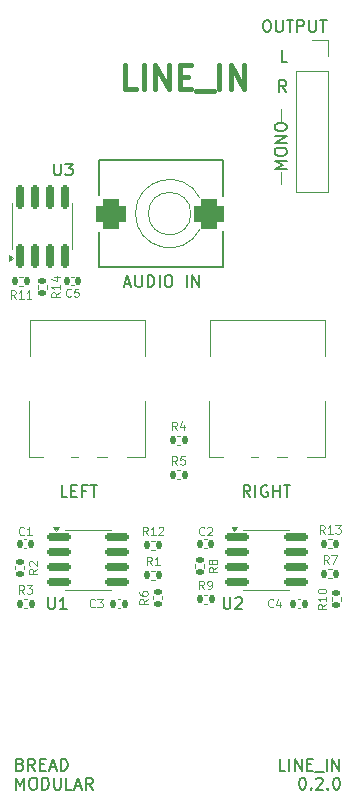
<source format=gbr>
%TF.GenerationSoftware,KiCad,Pcbnew,8.0.5*%
%TF.CreationDate,2024-11-17T12:10:01+05:30*%
%TF.ProjectId,line_in,6c696e65-5f69-46e2-9e6b-696361645f70,rev?*%
%TF.SameCoordinates,Original*%
%TF.FileFunction,Legend,Top*%
%TF.FilePolarity,Positive*%
%FSLAX46Y46*%
G04 Gerber Fmt 4.6, Leading zero omitted, Abs format (unit mm)*
G04 Created by KiCad (PCBNEW 8.0.5) date 2024-11-17 12:10:01*
%MOMM*%
%LPD*%
G01*
G04 APERTURE LIST*
G04 Aperture macros list*
%AMRoundRect*
0 Rectangle with rounded corners*
0 $1 Rounding radius*
0 $2 $3 $4 $5 $6 $7 $8 $9 X,Y pos of 4 corners*
0 Add a 4 corners polygon primitive as box body*
4,1,4,$2,$3,$4,$5,$6,$7,$8,$9,$2,$3,0*
0 Add four circle primitives for the rounded corners*
1,1,$1+$1,$2,$3*
1,1,$1+$1,$4,$5*
1,1,$1+$1,$6,$7*
1,1,$1+$1,$8,$9*
0 Add four rect primitives between the rounded corners*
20,1,$1+$1,$2,$3,$4,$5,0*
20,1,$1+$1,$4,$5,$6,$7,0*
20,1,$1+$1,$6,$7,$8,$9,0*
20,1,$1+$1,$8,$9,$2,$3,0*%
G04 Aperture macros list end*
%ADD10C,0.150000*%
%ADD11C,0.100000*%
%ADD12C,0.200000*%
%ADD13C,0.400000*%
%ADD14C,0.120000*%
%ADD15R,2.000000X2.000000*%
%ADD16O,2.000000X2.000000*%
%ADD17RoundRect,0.150000X0.150000X-0.825000X0.150000X0.825000X-0.150000X0.825000X-0.150000X-0.825000X0*%
%ADD18R,3.000000X2.290000*%
%ADD19RoundRect,0.150000X-0.825000X-0.150000X0.825000X-0.150000X0.825000X0.150000X-0.825000X0.150000X0*%
%ADD20R,2.290000X3.000000*%
%ADD21O,2.720000X3.240000*%
%ADD22C,1.800000*%
%ADD23R,1.800000X1.800000*%
%ADD24RoundRect,0.135000X-0.185000X0.135000X-0.185000X-0.135000X0.185000X-0.135000X0.185000X0.135000X0*%
%ADD25RoundRect,0.135000X-0.135000X-0.185000X0.135000X-0.185000X0.135000X0.185000X-0.135000X0.185000X0*%
%ADD26RoundRect,0.135000X0.135000X0.185000X-0.135000X0.185000X-0.135000X-0.185000X0.135000X-0.185000X0*%
%ADD27RoundRect,0.135000X0.185000X-0.135000X0.185000X0.135000X-0.185000X0.135000X-0.185000X-0.135000X0*%
%ADD28R,1.700000X1.700000*%
%ADD29O,1.700000X1.700000*%
%ADD30RoundRect,0.650000X0.650000X-0.650000X0.650000X0.650000X-0.650000X0.650000X-0.650000X-0.650000X0*%
%ADD31O,2.100000X3.100000*%
%ADD32RoundRect,0.140000X0.140000X0.170000X-0.140000X0.170000X-0.140000X-0.170000X0.140000X-0.170000X0*%
%ADD33RoundRect,0.140000X-0.140000X-0.170000X0.140000X-0.170000X0.140000X0.170000X-0.140000X0.170000X0*%
G04 APERTURE END LIST*
D10*
X57793334Y-64989104D02*
X58269524Y-64989104D01*
X57698096Y-65274819D02*
X58031429Y-64274819D01*
X58031429Y-64274819D02*
X58364762Y-65274819D01*
X58698096Y-64274819D02*
X58698096Y-65084342D01*
X58698096Y-65084342D02*
X58745715Y-65179580D01*
X58745715Y-65179580D02*
X58793334Y-65227200D01*
X58793334Y-65227200D02*
X58888572Y-65274819D01*
X58888572Y-65274819D02*
X59079048Y-65274819D01*
X59079048Y-65274819D02*
X59174286Y-65227200D01*
X59174286Y-65227200D02*
X59221905Y-65179580D01*
X59221905Y-65179580D02*
X59269524Y-65084342D01*
X59269524Y-65084342D02*
X59269524Y-64274819D01*
X59745715Y-65274819D02*
X59745715Y-64274819D01*
X59745715Y-64274819D02*
X59983810Y-64274819D01*
X59983810Y-64274819D02*
X60126667Y-64322438D01*
X60126667Y-64322438D02*
X60221905Y-64417676D01*
X60221905Y-64417676D02*
X60269524Y-64512914D01*
X60269524Y-64512914D02*
X60317143Y-64703390D01*
X60317143Y-64703390D02*
X60317143Y-64846247D01*
X60317143Y-64846247D02*
X60269524Y-65036723D01*
X60269524Y-65036723D02*
X60221905Y-65131961D01*
X60221905Y-65131961D02*
X60126667Y-65227200D01*
X60126667Y-65227200D02*
X59983810Y-65274819D01*
X59983810Y-65274819D02*
X59745715Y-65274819D01*
X60745715Y-65274819D02*
X60745715Y-64274819D01*
X61412381Y-64274819D02*
X61602857Y-64274819D01*
X61602857Y-64274819D02*
X61698095Y-64322438D01*
X61698095Y-64322438D02*
X61793333Y-64417676D01*
X61793333Y-64417676D02*
X61840952Y-64608152D01*
X61840952Y-64608152D02*
X61840952Y-64941485D01*
X61840952Y-64941485D02*
X61793333Y-65131961D01*
X61793333Y-65131961D02*
X61698095Y-65227200D01*
X61698095Y-65227200D02*
X61602857Y-65274819D01*
X61602857Y-65274819D02*
X61412381Y-65274819D01*
X61412381Y-65274819D02*
X61317143Y-65227200D01*
X61317143Y-65227200D02*
X61221905Y-65131961D01*
X61221905Y-65131961D02*
X61174286Y-64941485D01*
X61174286Y-64941485D02*
X61174286Y-64608152D01*
X61174286Y-64608152D02*
X61221905Y-64417676D01*
X61221905Y-64417676D02*
X61317143Y-64322438D01*
X61317143Y-64322438D02*
X61412381Y-64274819D01*
X63031429Y-65274819D02*
X63031429Y-64274819D01*
X63507619Y-65274819D02*
X63507619Y-64274819D01*
X63507619Y-64274819D02*
X64079047Y-65274819D01*
X64079047Y-65274819D02*
X64079047Y-64274819D01*
X68441666Y-83054819D02*
X68108333Y-82578628D01*
X67870238Y-83054819D02*
X67870238Y-82054819D01*
X67870238Y-82054819D02*
X68251190Y-82054819D01*
X68251190Y-82054819D02*
X68346428Y-82102438D01*
X68346428Y-82102438D02*
X68394047Y-82150057D01*
X68394047Y-82150057D02*
X68441666Y-82245295D01*
X68441666Y-82245295D02*
X68441666Y-82388152D01*
X68441666Y-82388152D02*
X68394047Y-82483390D01*
X68394047Y-82483390D02*
X68346428Y-82531009D01*
X68346428Y-82531009D02*
X68251190Y-82578628D01*
X68251190Y-82578628D02*
X67870238Y-82578628D01*
X68870238Y-83054819D02*
X68870238Y-82054819D01*
X69870237Y-82102438D02*
X69774999Y-82054819D01*
X69774999Y-82054819D02*
X69632142Y-82054819D01*
X69632142Y-82054819D02*
X69489285Y-82102438D01*
X69489285Y-82102438D02*
X69394047Y-82197676D01*
X69394047Y-82197676D02*
X69346428Y-82292914D01*
X69346428Y-82292914D02*
X69298809Y-82483390D01*
X69298809Y-82483390D02*
X69298809Y-82626247D01*
X69298809Y-82626247D02*
X69346428Y-82816723D01*
X69346428Y-82816723D02*
X69394047Y-82911961D01*
X69394047Y-82911961D02*
X69489285Y-83007200D01*
X69489285Y-83007200D02*
X69632142Y-83054819D01*
X69632142Y-83054819D02*
X69727380Y-83054819D01*
X69727380Y-83054819D02*
X69870237Y-83007200D01*
X69870237Y-83007200D02*
X69917856Y-82959580D01*
X69917856Y-82959580D02*
X69917856Y-82626247D01*
X69917856Y-82626247D02*
X69727380Y-82626247D01*
X70346428Y-83054819D02*
X70346428Y-82054819D01*
X70346428Y-82531009D02*
X70917856Y-82531009D01*
X70917856Y-83054819D02*
X70917856Y-82054819D01*
X71251190Y-82054819D02*
X71822618Y-82054819D01*
X71536904Y-83054819D02*
X71536904Y-82054819D01*
X52947618Y-83054819D02*
X52471428Y-83054819D01*
X52471428Y-83054819D02*
X52471428Y-82054819D01*
X53280952Y-82531009D02*
X53614285Y-82531009D01*
X53757142Y-83054819D02*
X53280952Y-83054819D01*
X53280952Y-83054819D02*
X53280952Y-82054819D01*
X53280952Y-82054819D02*
X53757142Y-82054819D01*
X54519047Y-82531009D02*
X54185714Y-82531009D01*
X54185714Y-83054819D02*
X54185714Y-82054819D01*
X54185714Y-82054819D02*
X54661904Y-82054819D01*
X54900000Y-82054819D02*
X55471428Y-82054819D01*
X55185714Y-83054819D02*
X55185714Y-82054819D01*
D11*
X70993000Y-56515000D02*
X70993000Y-55499000D01*
X70993000Y-51181000D02*
X70993000Y-50165000D01*
D10*
X71497819Y-55244761D02*
X70497819Y-55244761D01*
X70497819Y-55244761D02*
X71212104Y-54911428D01*
X71212104Y-54911428D02*
X70497819Y-54578095D01*
X70497819Y-54578095D02*
X71497819Y-54578095D01*
X70497819Y-53911428D02*
X70497819Y-53720952D01*
X70497819Y-53720952D02*
X70545438Y-53625714D01*
X70545438Y-53625714D02*
X70640676Y-53530476D01*
X70640676Y-53530476D02*
X70831152Y-53482857D01*
X70831152Y-53482857D02*
X71164485Y-53482857D01*
X71164485Y-53482857D02*
X71354961Y-53530476D01*
X71354961Y-53530476D02*
X71450200Y-53625714D01*
X71450200Y-53625714D02*
X71497819Y-53720952D01*
X71497819Y-53720952D02*
X71497819Y-53911428D01*
X71497819Y-53911428D02*
X71450200Y-54006666D01*
X71450200Y-54006666D02*
X71354961Y-54101904D01*
X71354961Y-54101904D02*
X71164485Y-54149523D01*
X71164485Y-54149523D02*
X70831152Y-54149523D01*
X70831152Y-54149523D02*
X70640676Y-54101904D01*
X70640676Y-54101904D02*
X70545438Y-54006666D01*
X70545438Y-54006666D02*
X70497819Y-53911428D01*
X71497819Y-53054285D02*
X70497819Y-53054285D01*
X70497819Y-53054285D02*
X71497819Y-52482857D01*
X71497819Y-52482857D02*
X70497819Y-52482857D01*
X70497819Y-51816190D02*
X70497819Y-51625714D01*
X70497819Y-51625714D02*
X70545438Y-51530476D01*
X70545438Y-51530476D02*
X70640676Y-51435238D01*
X70640676Y-51435238D02*
X70831152Y-51387619D01*
X70831152Y-51387619D02*
X71164485Y-51387619D01*
X71164485Y-51387619D02*
X71354961Y-51435238D01*
X71354961Y-51435238D02*
X71450200Y-51530476D01*
X71450200Y-51530476D02*
X71497819Y-51625714D01*
X71497819Y-51625714D02*
X71497819Y-51816190D01*
X71497819Y-51816190D02*
X71450200Y-51911428D01*
X71450200Y-51911428D02*
X71354961Y-52006666D01*
X71354961Y-52006666D02*
X71164485Y-52054285D01*
X71164485Y-52054285D02*
X70831152Y-52054285D01*
X70831152Y-52054285D02*
X70640676Y-52006666D01*
X70640676Y-52006666D02*
X70545438Y-51911428D01*
X70545438Y-51911428D02*
X70497819Y-51816190D01*
X71465839Y-48764819D02*
X71132506Y-48288628D01*
X70894411Y-48764819D02*
X70894411Y-47764819D01*
X70894411Y-47764819D02*
X71275363Y-47764819D01*
X71275363Y-47764819D02*
X71370601Y-47812438D01*
X71370601Y-47812438D02*
X71418220Y-47860057D01*
X71418220Y-47860057D02*
X71465839Y-47955295D01*
X71465839Y-47955295D02*
X71465839Y-48098152D01*
X71465839Y-48098152D02*
X71418220Y-48193390D01*
X71418220Y-48193390D02*
X71370601Y-48241009D01*
X71370601Y-48241009D02*
X71275363Y-48288628D01*
X71275363Y-48288628D02*
X70894411Y-48288628D01*
X71561077Y-46224819D02*
X71084887Y-46224819D01*
X71084887Y-46224819D02*
X71084887Y-45224819D01*
X69742255Y-42684819D02*
X69932731Y-42684819D01*
X69932731Y-42684819D02*
X70027969Y-42732438D01*
X70027969Y-42732438D02*
X70123207Y-42827676D01*
X70123207Y-42827676D02*
X70170826Y-43018152D01*
X70170826Y-43018152D02*
X70170826Y-43351485D01*
X70170826Y-43351485D02*
X70123207Y-43541961D01*
X70123207Y-43541961D02*
X70027969Y-43637200D01*
X70027969Y-43637200D02*
X69932731Y-43684819D01*
X69932731Y-43684819D02*
X69742255Y-43684819D01*
X69742255Y-43684819D02*
X69647017Y-43637200D01*
X69647017Y-43637200D02*
X69551779Y-43541961D01*
X69551779Y-43541961D02*
X69504160Y-43351485D01*
X69504160Y-43351485D02*
X69504160Y-43018152D01*
X69504160Y-43018152D02*
X69551779Y-42827676D01*
X69551779Y-42827676D02*
X69647017Y-42732438D01*
X69647017Y-42732438D02*
X69742255Y-42684819D01*
X70599398Y-42684819D02*
X70599398Y-43494342D01*
X70599398Y-43494342D02*
X70647017Y-43589580D01*
X70647017Y-43589580D02*
X70694636Y-43637200D01*
X70694636Y-43637200D02*
X70789874Y-43684819D01*
X70789874Y-43684819D02*
X70980350Y-43684819D01*
X70980350Y-43684819D02*
X71075588Y-43637200D01*
X71075588Y-43637200D02*
X71123207Y-43589580D01*
X71123207Y-43589580D02*
X71170826Y-43494342D01*
X71170826Y-43494342D02*
X71170826Y-42684819D01*
X71504160Y-42684819D02*
X72075588Y-42684819D01*
X71789874Y-43684819D02*
X71789874Y-42684819D01*
X72408922Y-43684819D02*
X72408922Y-42684819D01*
X72408922Y-42684819D02*
X72789874Y-42684819D01*
X72789874Y-42684819D02*
X72885112Y-42732438D01*
X72885112Y-42732438D02*
X72932731Y-42780057D01*
X72932731Y-42780057D02*
X72980350Y-42875295D01*
X72980350Y-42875295D02*
X72980350Y-43018152D01*
X72980350Y-43018152D02*
X72932731Y-43113390D01*
X72932731Y-43113390D02*
X72885112Y-43161009D01*
X72885112Y-43161009D02*
X72789874Y-43208628D01*
X72789874Y-43208628D02*
X72408922Y-43208628D01*
X73408922Y-42684819D02*
X73408922Y-43494342D01*
X73408922Y-43494342D02*
X73456541Y-43589580D01*
X73456541Y-43589580D02*
X73504160Y-43637200D01*
X73504160Y-43637200D02*
X73599398Y-43684819D01*
X73599398Y-43684819D02*
X73789874Y-43684819D01*
X73789874Y-43684819D02*
X73885112Y-43637200D01*
X73885112Y-43637200D02*
X73932731Y-43589580D01*
X73932731Y-43589580D02*
X73980350Y-43494342D01*
X73980350Y-43494342D02*
X73980350Y-42684819D01*
X74313684Y-42684819D02*
X74885112Y-42684819D01*
X74599398Y-43684819D02*
X74599398Y-42684819D01*
D12*
X71385898Y-106207275D02*
X70909708Y-106207275D01*
X70909708Y-106207275D02*
X70909708Y-105207275D01*
X71719232Y-106207275D02*
X71719232Y-105207275D01*
X72195422Y-106207275D02*
X72195422Y-105207275D01*
X72195422Y-105207275D02*
X72766850Y-106207275D01*
X72766850Y-106207275D02*
X72766850Y-105207275D01*
X73243041Y-105683465D02*
X73576374Y-105683465D01*
X73719231Y-106207275D02*
X73243041Y-106207275D01*
X73243041Y-106207275D02*
X73243041Y-105207275D01*
X73243041Y-105207275D02*
X73719231Y-105207275D01*
X73909708Y-106302513D02*
X74671612Y-106302513D01*
X74909708Y-106207275D02*
X74909708Y-105207275D01*
X75385898Y-106207275D02*
X75385898Y-105207275D01*
X75385898Y-105207275D02*
X75957326Y-106207275D01*
X75957326Y-106207275D02*
X75957326Y-105207275D01*
X72814470Y-106817219D02*
X72909708Y-106817219D01*
X72909708Y-106817219D02*
X73004946Y-106864838D01*
X73004946Y-106864838D02*
X73052565Y-106912457D01*
X73052565Y-106912457D02*
X73100184Y-107007695D01*
X73100184Y-107007695D02*
X73147803Y-107198171D01*
X73147803Y-107198171D02*
X73147803Y-107436266D01*
X73147803Y-107436266D02*
X73100184Y-107626742D01*
X73100184Y-107626742D02*
X73052565Y-107721980D01*
X73052565Y-107721980D02*
X73004946Y-107769600D01*
X73004946Y-107769600D02*
X72909708Y-107817219D01*
X72909708Y-107817219D02*
X72814470Y-107817219D01*
X72814470Y-107817219D02*
X72719232Y-107769600D01*
X72719232Y-107769600D02*
X72671613Y-107721980D01*
X72671613Y-107721980D02*
X72623994Y-107626742D01*
X72623994Y-107626742D02*
X72576375Y-107436266D01*
X72576375Y-107436266D02*
X72576375Y-107198171D01*
X72576375Y-107198171D02*
X72623994Y-107007695D01*
X72623994Y-107007695D02*
X72671613Y-106912457D01*
X72671613Y-106912457D02*
X72719232Y-106864838D01*
X72719232Y-106864838D02*
X72814470Y-106817219D01*
X73576375Y-107721980D02*
X73623994Y-107769600D01*
X73623994Y-107769600D02*
X73576375Y-107817219D01*
X73576375Y-107817219D02*
X73528756Y-107769600D01*
X73528756Y-107769600D02*
X73576375Y-107721980D01*
X73576375Y-107721980D02*
X73576375Y-107817219D01*
X74004946Y-106912457D02*
X74052565Y-106864838D01*
X74052565Y-106864838D02*
X74147803Y-106817219D01*
X74147803Y-106817219D02*
X74385898Y-106817219D01*
X74385898Y-106817219D02*
X74481136Y-106864838D01*
X74481136Y-106864838D02*
X74528755Y-106912457D01*
X74528755Y-106912457D02*
X74576374Y-107007695D01*
X74576374Y-107007695D02*
X74576374Y-107102933D01*
X74576374Y-107102933D02*
X74528755Y-107245790D01*
X74528755Y-107245790D02*
X73957327Y-107817219D01*
X73957327Y-107817219D02*
X74576374Y-107817219D01*
X75004946Y-107721980D02*
X75052565Y-107769600D01*
X75052565Y-107769600D02*
X75004946Y-107817219D01*
X75004946Y-107817219D02*
X74957327Y-107769600D01*
X74957327Y-107769600D02*
X75004946Y-107721980D01*
X75004946Y-107721980D02*
X75004946Y-107817219D01*
X75671612Y-106817219D02*
X75766850Y-106817219D01*
X75766850Y-106817219D02*
X75862088Y-106864838D01*
X75862088Y-106864838D02*
X75909707Y-106912457D01*
X75909707Y-106912457D02*
X75957326Y-107007695D01*
X75957326Y-107007695D02*
X76004945Y-107198171D01*
X76004945Y-107198171D02*
X76004945Y-107436266D01*
X76004945Y-107436266D02*
X75957326Y-107626742D01*
X75957326Y-107626742D02*
X75909707Y-107721980D01*
X75909707Y-107721980D02*
X75862088Y-107769600D01*
X75862088Y-107769600D02*
X75766850Y-107817219D01*
X75766850Y-107817219D02*
X75671612Y-107817219D01*
X75671612Y-107817219D02*
X75576374Y-107769600D01*
X75576374Y-107769600D02*
X75528755Y-107721980D01*
X75528755Y-107721980D02*
X75481136Y-107626742D01*
X75481136Y-107626742D02*
X75433517Y-107436266D01*
X75433517Y-107436266D02*
X75433517Y-107198171D01*
X75433517Y-107198171D02*
X75481136Y-107007695D01*
X75481136Y-107007695D02*
X75528755Y-106912457D01*
X75528755Y-106912457D02*
X75576374Y-106864838D01*
X75576374Y-106864838D02*
X75671612Y-106817219D01*
D13*
X58769761Y-48502438D02*
X57817380Y-48502438D01*
X57817380Y-48502438D02*
X57817380Y-46502438D01*
X59436428Y-48502438D02*
X59436428Y-46502438D01*
X60388809Y-48502438D02*
X60388809Y-46502438D01*
X60388809Y-46502438D02*
X61531666Y-48502438D01*
X61531666Y-48502438D02*
X61531666Y-46502438D01*
X62484047Y-47454819D02*
X63150714Y-47454819D01*
X63436428Y-48502438D02*
X62484047Y-48502438D01*
X62484047Y-48502438D02*
X62484047Y-46502438D01*
X62484047Y-46502438D02*
X63436428Y-46502438D01*
X63817381Y-48692914D02*
X65341190Y-48692914D01*
X65817381Y-48502438D02*
X65817381Y-46502438D01*
X66769762Y-48502438D02*
X66769762Y-46502438D01*
X66769762Y-46502438D02*
X67912619Y-48502438D01*
X67912619Y-48502438D02*
X67912619Y-46502438D01*
D12*
X48963006Y-105683465D02*
X49105863Y-105731084D01*
X49105863Y-105731084D02*
X49153482Y-105778703D01*
X49153482Y-105778703D02*
X49201101Y-105873941D01*
X49201101Y-105873941D02*
X49201101Y-106016798D01*
X49201101Y-106016798D02*
X49153482Y-106112036D01*
X49153482Y-106112036D02*
X49105863Y-106159656D01*
X49105863Y-106159656D02*
X49010625Y-106207275D01*
X49010625Y-106207275D02*
X48629673Y-106207275D01*
X48629673Y-106207275D02*
X48629673Y-105207275D01*
X48629673Y-105207275D02*
X48963006Y-105207275D01*
X48963006Y-105207275D02*
X49058244Y-105254894D01*
X49058244Y-105254894D02*
X49105863Y-105302513D01*
X49105863Y-105302513D02*
X49153482Y-105397751D01*
X49153482Y-105397751D02*
X49153482Y-105492989D01*
X49153482Y-105492989D02*
X49105863Y-105588227D01*
X49105863Y-105588227D02*
X49058244Y-105635846D01*
X49058244Y-105635846D02*
X48963006Y-105683465D01*
X48963006Y-105683465D02*
X48629673Y-105683465D01*
X50201101Y-106207275D02*
X49867768Y-105731084D01*
X49629673Y-106207275D02*
X49629673Y-105207275D01*
X49629673Y-105207275D02*
X50010625Y-105207275D01*
X50010625Y-105207275D02*
X50105863Y-105254894D01*
X50105863Y-105254894D02*
X50153482Y-105302513D01*
X50153482Y-105302513D02*
X50201101Y-105397751D01*
X50201101Y-105397751D02*
X50201101Y-105540608D01*
X50201101Y-105540608D02*
X50153482Y-105635846D01*
X50153482Y-105635846D02*
X50105863Y-105683465D01*
X50105863Y-105683465D02*
X50010625Y-105731084D01*
X50010625Y-105731084D02*
X49629673Y-105731084D01*
X50629673Y-105683465D02*
X50963006Y-105683465D01*
X51105863Y-106207275D02*
X50629673Y-106207275D01*
X50629673Y-106207275D02*
X50629673Y-105207275D01*
X50629673Y-105207275D02*
X51105863Y-105207275D01*
X51486816Y-105921560D02*
X51963006Y-105921560D01*
X51391578Y-106207275D02*
X51724911Y-105207275D01*
X51724911Y-105207275D02*
X52058244Y-106207275D01*
X52391578Y-106207275D02*
X52391578Y-105207275D01*
X52391578Y-105207275D02*
X52629673Y-105207275D01*
X52629673Y-105207275D02*
X52772530Y-105254894D01*
X52772530Y-105254894D02*
X52867768Y-105350132D01*
X52867768Y-105350132D02*
X52915387Y-105445370D01*
X52915387Y-105445370D02*
X52963006Y-105635846D01*
X52963006Y-105635846D02*
X52963006Y-105778703D01*
X52963006Y-105778703D02*
X52915387Y-105969179D01*
X52915387Y-105969179D02*
X52867768Y-106064417D01*
X52867768Y-106064417D02*
X52772530Y-106159656D01*
X52772530Y-106159656D02*
X52629673Y-106207275D01*
X52629673Y-106207275D02*
X52391578Y-106207275D01*
X48629673Y-107817219D02*
X48629673Y-106817219D01*
X48629673Y-106817219D02*
X48963006Y-107531504D01*
X48963006Y-107531504D02*
X49296339Y-106817219D01*
X49296339Y-106817219D02*
X49296339Y-107817219D01*
X49963006Y-106817219D02*
X50153482Y-106817219D01*
X50153482Y-106817219D02*
X50248720Y-106864838D01*
X50248720Y-106864838D02*
X50343958Y-106960076D01*
X50343958Y-106960076D02*
X50391577Y-107150552D01*
X50391577Y-107150552D02*
X50391577Y-107483885D01*
X50391577Y-107483885D02*
X50343958Y-107674361D01*
X50343958Y-107674361D02*
X50248720Y-107769600D01*
X50248720Y-107769600D02*
X50153482Y-107817219D01*
X50153482Y-107817219D02*
X49963006Y-107817219D01*
X49963006Y-107817219D02*
X49867768Y-107769600D01*
X49867768Y-107769600D02*
X49772530Y-107674361D01*
X49772530Y-107674361D02*
X49724911Y-107483885D01*
X49724911Y-107483885D02*
X49724911Y-107150552D01*
X49724911Y-107150552D02*
X49772530Y-106960076D01*
X49772530Y-106960076D02*
X49867768Y-106864838D01*
X49867768Y-106864838D02*
X49963006Y-106817219D01*
X50820149Y-107817219D02*
X50820149Y-106817219D01*
X50820149Y-106817219D02*
X51058244Y-106817219D01*
X51058244Y-106817219D02*
X51201101Y-106864838D01*
X51201101Y-106864838D02*
X51296339Y-106960076D01*
X51296339Y-106960076D02*
X51343958Y-107055314D01*
X51343958Y-107055314D02*
X51391577Y-107245790D01*
X51391577Y-107245790D02*
X51391577Y-107388647D01*
X51391577Y-107388647D02*
X51343958Y-107579123D01*
X51343958Y-107579123D02*
X51296339Y-107674361D01*
X51296339Y-107674361D02*
X51201101Y-107769600D01*
X51201101Y-107769600D02*
X51058244Y-107817219D01*
X51058244Y-107817219D02*
X50820149Y-107817219D01*
X51820149Y-106817219D02*
X51820149Y-107626742D01*
X51820149Y-107626742D02*
X51867768Y-107721980D01*
X51867768Y-107721980D02*
X51915387Y-107769600D01*
X51915387Y-107769600D02*
X52010625Y-107817219D01*
X52010625Y-107817219D02*
X52201101Y-107817219D01*
X52201101Y-107817219D02*
X52296339Y-107769600D01*
X52296339Y-107769600D02*
X52343958Y-107721980D01*
X52343958Y-107721980D02*
X52391577Y-107626742D01*
X52391577Y-107626742D02*
X52391577Y-106817219D01*
X53343958Y-107817219D02*
X52867768Y-107817219D01*
X52867768Y-107817219D02*
X52867768Y-106817219D01*
X53629673Y-107531504D02*
X54105863Y-107531504D01*
X53534435Y-107817219D02*
X53867768Y-106817219D01*
X53867768Y-106817219D02*
X54201101Y-107817219D01*
X55105863Y-107817219D02*
X54772530Y-107341028D01*
X54534435Y-107817219D02*
X54534435Y-106817219D01*
X54534435Y-106817219D02*
X54915387Y-106817219D01*
X54915387Y-106817219D02*
X55010625Y-106864838D01*
X55010625Y-106864838D02*
X55058244Y-106912457D01*
X55058244Y-106912457D02*
X55105863Y-107007695D01*
X55105863Y-107007695D02*
X55105863Y-107150552D01*
X55105863Y-107150552D02*
X55058244Y-107245790D01*
X55058244Y-107245790D02*
X55010625Y-107293409D01*
X55010625Y-107293409D02*
X54915387Y-107341028D01*
X54915387Y-107341028D02*
X54534435Y-107341028D01*
D10*
X51816095Y-54826819D02*
X51816095Y-55636342D01*
X51816095Y-55636342D02*
X51863714Y-55731580D01*
X51863714Y-55731580D02*
X51911333Y-55779200D01*
X51911333Y-55779200D02*
X52006571Y-55826819D01*
X52006571Y-55826819D02*
X52197047Y-55826819D01*
X52197047Y-55826819D02*
X52292285Y-55779200D01*
X52292285Y-55779200D02*
X52339904Y-55731580D01*
X52339904Y-55731580D02*
X52387523Y-55636342D01*
X52387523Y-55636342D02*
X52387523Y-54826819D01*
X52768476Y-54826819D02*
X53387523Y-54826819D01*
X53387523Y-54826819D02*
X53054190Y-55207771D01*
X53054190Y-55207771D02*
X53197047Y-55207771D01*
X53197047Y-55207771D02*
X53292285Y-55255390D01*
X53292285Y-55255390D02*
X53339904Y-55303009D01*
X53339904Y-55303009D02*
X53387523Y-55398247D01*
X53387523Y-55398247D02*
X53387523Y-55636342D01*
X53387523Y-55636342D02*
X53339904Y-55731580D01*
X53339904Y-55731580D02*
X53292285Y-55779200D01*
X53292285Y-55779200D02*
X53197047Y-55826819D01*
X53197047Y-55826819D02*
X52911333Y-55826819D01*
X52911333Y-55826819D02*
X52816095Y-55779200D01*
X52816095Y-55779200D02*
X52768476Y-55731580D01*
X66167095Y-91529819D02*
X66167095Y-92339342D01*
X66167095Y-92339342D02*
X66214714Y-92434580D01*
X66214714Y-92434580D02*
X66262333Y-92482200D01*
X66262333Y-92482200D02*
X66357571Y-92529819D01*
X66357571Y-92529819D02*
X66548047Y-92529819D01*
X66548047Y-92529819D02*
X66643285Y-92482200D01*
X66643285Y-92482200D02*
X66690904Y-92434580D01*
X66690904Y-92434580D02*
X66738523Y-92339342D01*
X66738523Y-92339342D02*
X66738523Y-91529819D01*
X67167095Y-91625057D02*
X67214714Y-91577438D01*
X67214714Y-91577438D02*
X67309952Y-91529819D01*
X67309952Y-91529819D02*
X67548047Y-91529819D01*
X67548047Y-91529819D02*
X67643285Y-91577438D01*
X67643285Y-91577438D02*
X67690904Y-91625057D01*
X67690904Y-91625057D02*
X67738523Y-91720295D01*
X67738523Y-91720295D02*
X67738523Y-91815533D01*
X67738523Y-91815533D02*
X67690904Y-91958390D01*
X67690904Y-91958390D02*
X67119476Y-92529819D01*
X67119476Y-92529819D02*
X67738523Y-92529819D01*
X51308095Y-91529819D02*
X51308095Y-92339342D01*
X51308095Y-92339342D02*
X51355714Y-92434580D01*
X51355714Y-92434580D02*
X51403333Y-92482200D01*
X51403333Y-92482200D02*
X51498571Y-92529819D01*
X51498571Y-92529819D02*
X51689047Y-92529819D01*
X51689047Y-92529819D02*
X51784285Y-92482200D01*
X51784285Y-92482200D02*
X51831904Y-92434580D01*
X51831904Y-92434580D02*
X51879523Y-92339342D01*
X51879523Y-92339342D02*
X51879523Y-91529819D01*
X52879523Y-92529819D02*
X52308095Y-92529819D01*
X52593809Y-92529819D02*
X52593809Y-91529819D01*
X52593809Y-91529819D02*
X52498571Y-91672676D01*
X52498571Y-91672676D02*
X52403333Y-91767914D01*
X52403333Y-91767914D02*
X52308095Y-91815533D01*
D11*
X52288633Y-65728000D02*
X51955300Y-65961333D01*
X52288633Y-66128000D02*
X51588633Y-66128000D01*
X51588633Y-66128000D02*
X51588633Y-65861333D01*
X51588633Y-65861333D02*
X51621966Y-65794667D01*
X51621966Y-65794667D02*
X51655300Y-65761333D01*
X51655300Y-65761333D02*
X51721966Y-65728000D01*
X51721966Y-65728000D02*
X51821966Y-65728000D01*
X51821966Y-65728000D02*
X51888633Y-65761333D01*
X51888633Y-65761333D02*
X51921966Y-65794667D01*
X51921966Y-65794667D02*
X51955300Y-65861333D01*
X51955300Y-65861333D02*
X51955300Y-66128000D01*
X52288633Y-65061333D02*
X52288633Y-65461333D01*
X52288633Y-65261333D02*
X51588633Y-65261333D01*
X51588633Y-65261333D02*
X51688633Y-65328000D01*
X51688633Y-65328000D02*
X51755300Y-65394667D01*
X51755300Y-65394667D02*
X51788633Y-65461333D01*
X51821966Y-64461333D02*
X52288633Y-64461333D01*
X51555300Y-64628000D02*
X52055300Y-64794666D01*
X52055300Y-64794666D02*
X52055300Y-64361333D01*
X74735999Y-86143633D02*
X74502666Y-85810300D01*
X74335999Y-86143633D02*
X74335999Y-85443633D01*
X74335999Y-85443633D02*
X74602666Y-85443633D01*
X74602666Y-85443633D02*
X74669333Y-85476966D01*
X74669333Y-85476966D02*
X74702666Y-85510300D01*
X74702666Y-85510300D02*
X74735999Y-85576966D01*
X74735999Y-85576966D02*
X74735999Y-85676966D01*
X74735999Y-85676966D02*
X74702666Y-85743633D01*
X74702666Y-85743633D02*
X74669333Y-85776966D01*
X74669333Y-85776966D02*
X74602666Y-85810300D01*
X74602666Y-85810300D02*
X74335999Y-85810300D01*
X75402666Y-86143633D02*
X75002666Y-86143633D01*
X75202666Y-86143633D02*
X75202666Y-85443633D01*
X75202666Y-85443633D02*
X75135999Y-85543633D01*
X75135999Y-85543633D02*
X75069333Y-85610300D01*
X75069333Y-85610300D02*
X75002666Y-85643633D01*
X75636000Y-85443633D02*
X76069333Y-85443633D01*
X76069333Y-85443633D02*
X75836000Y-85710300D01*
X75836000Y-85710300D02*
X75936000Y-85710300D01*
X75936000Y-85710300D02*
X76002666Y-85743633D01*
X76002666Y-85743633D02*
X76036000Y-85776966D01*
X76036000Y-85776966D02*
X76069333Y-85843633D01*
X76069333Y-85843633D02*
X76069333Y-86010300D01*
X76069333Y-86010300D02*
X76036000Y-86076966D01*
X76036000Y-86076966D02*
X76002666Y-86110300D01*
X76002666Y-86110300D02*
X75936000Y-86143633D01*
X75936000Y-86143633D02*
X75736000Y-86143633D01*
X75736000Y-86143633D02*
X75669333Y-86110300D01*
X75669333Y-86110300D02*
X75636000Y-86076966D01*
X59745999Y-86270633D02*
X59512666Y-85937300D01*
X59345999Y-86270633D02*
X59345999Y-85570633D01*
X59345999Y-85570633D02*
X59612666Y-85570633D01*
X59612666Y-85570633D02*
X59679333Y-85603966D01*
X59679333Y-85603966D02*
X59712666Y-85637300D01*
X59712666Y-85637300D02*
X59745999Y-85703966D01*
X59745999Y-85703966D02*
X59745999Y-85803966D01*
X59745999Y-85803966D02*
X59712666Y-85870633D01*
X59712666Y-85870633D02*
X59679333Y-85903966D01*
X59679333Y-85903966D02*
X59612666Y-85937300D01*
X59612666Y-85937300D02*
X59345999Y-85937300D01*
X60412666Y-86270633D02*
X60012666Y-86270633D01*
X60212666Y-86270633D02*
X60212666Y-85570633D01*
X60212666Y-85570633D02*
X60145999Y-85670633D01*
X60145999Y-85670633D02*
X60079333Y-85737300D01*
X60079333Y-85737300D02*
X60012666Y-85770633D01*
X60679333Y-85637300D02*
X60712666Y-85603966D01*
X60712666Y-85603966D02*
X60779333Y-85570633D01*
X60779333Y-85570633D02*
X60946000Y-85570633D01*
X60946000Y-85570633D02*
X61012666Y-85603966D01*
X61012666Y-85603966D02*
X61046000Y-85637300D01*
X61046000Y-85637300D02*
X61079333Y-85703966D01*
X61079333Y-85703966D02*
X61079333Y-85770633D01*
X61079333Y-85770633D02*
X61046000Y-85870633D01*
X61046000Y-85870633D02*
X60646000Y-86270633D01*
X60646000Y-86270633D02*
X61079333Y-86270633D01*
X48569999Y-66258633D02*
X48336666Y-65925300D01*
X48169999Y-66258633D02*
X48169999Y-65558633D01*
X48169999Y-65558633D02*
X48436666Y-65558633D01*
X48436666Y-65558633D02*
X48503333Y-65591966D01*
X48503333Y-65591966D02*
X48536666Y-65625300D01*
X48536666Y-65625300D02*
X48569999Y-65691966D01*
X48569999Y-65691966D02*
X48569999Y-65791966D01*
X48569999Y-65791966D02*
X48536666Y-65858633D01*
X48536666Y-65858633D02*
X48503333Y-65891966D01*
X48503333Y-65891966D02*
X48436666Y-65925300D01*
X48436666Y-65925300D02*
X48169999Y-65925300D01*
X49236666Y-66258633D02*
X48836666Y-66258633D01*
X49036666Y-66258633D02*
X49036666Y-65558633D01*
X49036666Y-65558633D02*
X48969999Y-65658633D01*
X48969999Y-65658633D02*
X48903333Y-65725300D01*
X48903333Y-65725300D02*
X48836666Y-65758633D01*
X49903333Y-66258633D02*
X49503333Y-66258633D01*
X49703333Y-66258633D02*
X49703333Y-65558633D01*
X49703333Y-65558633D02*
X49636666Y-65658633D01*
X49636666Y-65658633D02*
X49570000Y-65725300D01*
X49570000Y-65725300D02*
X49503333Y-65758633D01*
X74844633Y-92142000D02*
X74511300Y-92375333D01*
X74844633Y-92542000D02*
X74144633Y-92542000D01*
X74144633Y-92542000D02*
X74144633Y-92275333D01*
X74144633Y-92275333D02*
X74177966Y-92208667D01*
X74177966Y-92208667D02*
X74211300Y-92175333D01*
X74211300Y-92175333D02*
X74277966Y-92142000D01*
X74277966Y-92142000D02*
X74377966Y-92142000D01*
X74377966Y-92142000D02*
X74444633Y-92175333D01*
X74444633Y-92175333D02*
X74477966Y-92208667D01*
X74477966Y-92208667D02*
X74511300Y-92275333D01*
X74511300Y-92275333D02*
X74511300Y-92542000D01*
X74844633Y-91475333D02*
X74844633Y-91875333D01*
X74844633Y-91675333D02*
X74144633Y-91675333D01*
X74144633Y-91675333D02*
X74244633Y-91742000D01*
X74244633Y-91742000D02*
X74311300Y-91808667D01*
X74311300Y-91808667D02*
X74344633Y-91875333D01*
X74144633Y-91042000D02*
X74144633Y-90975333D01*
X74144633Y-90975333D02*
X74177966Y-90908666D01*
X74177966Y-90908666D02*
X74211300Y-90875333D01*
X74211300Y-90875333D02*
X74277966Y-90842000D01*
X74277966Y-90842000D02*
X74411300Y-90808666D01*
X74411300Y-90808666D02*
X74577966Y-90808666D01*
X74577966Y-90808666D02*
X74711300Y-90842000D01*
X74711300Y-90842000D02*
X74777966Y-90875333D01*
X74777966Y-90875333D02*
X74811300Y-90908666D01*
X74811300Y-90908666D02*
X74844633Y-90975333D01*
X74844633Y-90975333D02*
X74844633Y-91042000D01*
X74844633Y-91042000D02*
X74811300Y-91108666D01*
X74811300Y-91108666D02*
X74777966Y-91142000D01*
X74777966Y-91142000D02*
X74711300Y-91175333D01*
X74711300Y-91175333D02*
X74577966Y-91208666D01*
X74577966Y-91208666D02*
X74411300Y-91208666D01*
X74411300Y-91208666D02*
X74277966Y-91175333D01*
X74277966Y-91175333D02*
X74211300Y-91142000D01*
X74211300Y-91142000D02*
X74177966Y-91108666D01*
X74177966Y-91108666D02*
X74144633Y-91042000D01*
X64528333Y-90842633D02*
X64295000Y-90509300D01*
X64128333Y-90842633D02*
X64128333Y-90142633D01*
X64128333Y-90142633D02*
X64395000Y-90142633D01*
X64395000Y-90142633D02*
X64461667Y-90175966D01*
X64461667Y-90175966D02*
X64495000Y-90209300D01*
X64495000Y-90209300D02*
X64528333Y-90275966D01*
X64528333Y-90275966D02*
X64528333Y-90375966D01*
X64528333Y-90375966D02*
X64495000Y-90442633D01*
X64495000Y-90442633D02*
X64461667Y-90475966D01*
X64461667Y-90475966D02*
X64395000Y-90509300D01*
X64395000Y-90509300D02*
X64128333Y-90509300D01*
X64861667Y-90842633D02*
X64995000Y-90842633D01*
X64995000Y-90842633D02*
X65061667Y-90809300D01*
X65061667Y-90809300D02*
X65095000Y-90775966D01*
X65095000Y-90775966D02*
X65161667Y-90675966D01*
X65161667Y-90675966D02*
X65195000Y-90542633D01*
X65195000Y-90542633D02*
X65195000Y-90275966D01*
X65195000Y-90275966D02*
X65161667Y-90209300D01*
X65161667Y-90209300D02*
X65128333Y-90175966D01*
X65128333Y-90175966D02*
X65061667Y-90142633D01*
X65061667Y-90142633D02*
X64928333Y-90142633D01*
X64928333Y-90142633D02*
X64861667Y-90175966D01*
X64861667Y-90175966D02*
X64828333Y-90209300D01*
X64828333Y-90209300D02*
X64795000Y-90275966D01*
X64795000Y-90275966D02*
X64795000Y-90442633D01*
X64795000Y-90442633D02*
X64828333Y-90509300D01*
X64828333Y-90509300D02*
X64861667Y-90542633D01*
X64861667Y-90542633D02*
X64928333Y-90575966D01*
X64928333Y-90575966D02*
X65061667Y-90575966D01*
X65061667Y-90575966D02*
X65128333Y-90542633D01*
X65128333Y-90542633D02*
X65161667Y-90509300D01*
X65161667Y-90509300D02*
X65195000Y-90442633D01*
X65623633Y-89018666D02*
X65290300Y-89251999D01*
X65623633Y-89418666D02*
X64923633Y-89418666D01*
X64923633Y-89418666D02*
X64923633Y-89151999D01*
X64923633Y-89151999D02*
X64956966Y-89085333D01*
X64956966Y-89085333D02*
X64990300Y-89051999D01*
X64990300Y-89051999D02*
X65056966Y-89018666D01*
X65056966Y-89018666D02*
X65156966Y-89018666D01*
X65156966Y-89018666D02*
X65223633Y-89051999D01*
X65223633Y-89051999D02*
X65256966Y-89085333D01*
X65256966Y-89085333D02*
X65290300Y-89151999D01*
X65290300Y-89151999D02*
X65290300Y-89418666D01*
X65223633Y-88618666D02*
X65190300Y-88685333D01*
X65190300Y-88685333D02*
X65156966Y-88718666D01*
X65156966Y-88718666D02*
X65090300Y-88751999D01*
X65090300Y-88751999D02*
X65056966Y-88751999D01*
X65056966Y-88751999D02*
X64990300Y-88718666D01*
X64990300Y-88718666D02*
X64956966Y-88685333D01*
X64956966Y-88685333D02*
X64923633Y-88618666D01*
X64923633Y-88618666D02*
X64923633Y-88485333D01*
X64923633Y-88485333D02*
X64956966Y-88418666D01*
X64956966Y-88418666D02*
X64990300Y-88385333D01*
X64990300Y-88385333D02*
X65056966Y-88351999D01*
X65056966Y-88351999D02*
X65090300Y-88351999D01*
X65090300Y-88351999D02*
X65156966Y-88385333D01*
X65156966Y-88385333D02*
X65190300Y-88418666D01*
X65190300Y-88418666D02*
X65223633Y-88485333D01*
X65223633Y-88485333D02*
X65223633Y-88618666D01*
X65223633Y-88618666D02*
X65256966Y-88685333D01*
X65256966Y-88685333D02*
X65290300Y-88718666D01*
X65290300Y-88718666D02*
X65356966Y-88751999D01*
X65356966Y-88751999D02*
X65490300Y-88751999D01*
X65490300Y-88751999D02*
X65556966Y-88718666D01*
X65556966Y-88718666D02*
X65590300Y-88685333D01*
X65590300Y-88685333D02*
X65623633Y-88618666D01*
X65623633Y-88618666D02*
X65623633Y-88485333D01*
X65623633Y-88485333D02*
X65590300Y-88418666D01*
X65590300Y-88418666D02*
X65556966Y-88385333D01*
X65556966Y-88385333D02*
X65490300Y-88351999D01*
X65490300Y-88351999D02*
X65356966Y-88351999D01*
X65356966Y-88351999D02*
X65290300Y-88385333D01*
X65290300Y-88385333D02*
X65256966Y-88418666D01*
X65256966Y-88418666D02*
X65223633Y-88485333D01*
X75069333Y-88683633D02*
X74836000Y-88350300D01*
X74669333Y-88683633D02*
X74669333Y-87983633D01*
X74669333Y-87983633D02*
X74936000Y-87983633D01*
X74936000Y-87983633D02*
X75002667Y-88016966D01*
X75002667Y-88016966D02*
X75036000Y-88050300D01*
X75036000Y-88050300D02*
X75069333Y-88116966D01*
X75069333Y-88116966D02*
X75069333Y-88216966D01*
X75069333Y-88216966D02*
X75036000Y-88283633D01*
X75036000Y-88283633D02*
X75002667Y-88316966D01*
X75002667Y-88316966D02*
X74936000Y-88350300D01*
X74936000Y-88350300D02*
X74669333Y-88350300D01*
X75302667Y-87983633D02*
X75769333Y-87983633D01*
X75769333Y-87983633D02*
X75469333Y-88683633D01*
X59729633Y-91683666D02*
X59396300Y-91916999D01*
X59729633Y-92083666D02*
X59029633Y-92083666D01*
X59029633Y-92083666D02*
X59029633Y-91816999D01*
X59029633Y-91816999D02*
X59062966Y-91750333D01*
X59062966Y-91750333D02*
X59096300Y-91716999D01*
X59096300Y-91716999D02*
X59162966Y-91683666D01*
X59162966Y-91683666D02*
X59262966Y-91683666D01*
X59262966Y-91683666D02*
X59329633Y-91716999D01*
X59329633Y-91716999D02*
X59362966Y-91750333D01*
X59362966Y-91750333D02*
X59396300Y-91816999D01*
X59396300Y-91816999D02*
X59396300Y-92083666D01*
X59029633Y-91083666D02*
X59029633Y-91216999D01*
X59029633Y-91216999D02*
X59062966Y-91283666D01*
X59062966Y-91283666D02*
X59096300Y-91316999D01*
X59096300Y-91316999D02*
X59196300Y-91383666D01*
X59196300Y-91383666D02*
X59329633Y-91416999D01*
X59329633Y-91416999D02*
X59596300Y-91416999D01*
X59596300Y-91416999D02*
X59662966Y-91383666D01*
X59662966Y-91383666D02*
X59696300Y-91350333D01*
X59696300Y-91350333D02*
X59729633Y-91283666D01*
X59729633Y-91283666D02*
X59729633Y-91150333D01*
X59729633Y-91150333D02*
X59696300Y-91083666D01*
X59696300Y-91083666D02*
X59662966Y-91050333D01*
X59662966Y-91050333D02*
X59596300Y-91016999D01*
X59596300Y-91016999D02*
X59429633Y-91016999D01*
X59429633Y-91016999D02*
X59362966Y-91050333D01*
X59362966Y-91050333D02*
X59329633Y-91083666D01*
X59329633Y-91083666D02*
X59296300Y-91150333D01*
X59296300Y-91150333D02*
X59296300Y-91283666D01*
X59296300Y-91283666D02*
X59329633Y-91350333D01*
X59329633Y-91350333D02*
X59362966Y-91383666D01*
X59362966Y-91383666D02*
X59429633Y-91416999D01*
X62242333Y-80301633D02*
X62009000Y-79968300D01*
X61842333Y-80301633D02*
X61842333Y-79601633D01*
X61842333Y-79601633D02*
X62109000Y-79601633D01*
X62109000Y-79601633D02*
X62175667Y-79634966D01*
X62175667Y-79634966D02*
X62209000Y-79668300D01*
X62209000Y-79668300D02*
X62242333Y-79734966D01*
X62242333Y-79734966D02*
X62242333Y-79834966D01*
X62242333Y-79834966D02*
X62209000Y-79901633D01*
X62209000Y-79901633D02*
X62175667Y-79934966D01*
X62175667Y-79934966D02*
X62109000Y-79968300D01*
X62109000Y-79968300D02*
X61842333Y-79968300D01*
X62875667Y-79601633D02*
X62542333Y-79601633D01*
X62542333Y-79601633D02*
X62509000Y-79934966D01*
X62509000Y-79934966D02*
X62542333Y-79901633D01*
X62542333Y-79901633D02*
X62609000Y-79868300D01*
X62609000Y-79868300D02*
X62775667Y-79868300D01*
X62775667Y-79868300D02*
X62842333Y-79901633D01*
X62842333Y-79901633D02*
X62875667Y-79934966D01*
X62875667Y-79934966D02*
X62909000Y-80001633D01*
X62909000Y-80001633D02*
X62909000Y-80168300D01*
X62909000Y-80168300D02*
X62875667Y-80234966D01*
X62875667Y-80234966D02*
X62842333Y-80268300D01*
X62842333Y-80268300D02*
X62775667Y-80301633D01*
X62775667Y-80301633D02*
X62609000Y-80301633D01*
X62609000Y-80301633D02*
X62542333Y-80268300D01*
X62542333Y-80268300D02*
X62509000Y-80234966D01*
X62238333Y-77380633D02*
X62005000Y-77047300D01*
X61838333Y-77380633D02*
X61838333Y-76680633D01*
X61838333Y-76680633D02*
X62105000Y-76680633D01*
X62105000Y-76680633D02*
X62171667Y-76713966D01*
X62171667Y-76713966D02*
X62205000Y-76747300D01*
X62205000Y-76747300D02*
X62238333Y-76813966D01*
X62238333Y-76813966D02*
X62238333Y-76913966D01*
X62238333Y-76913966D02*
X62205000Y-76980633D01*
X62205000Y-76980633D02*
X62171667Y-77013966D01*
X62171667Y-77013966D02*
X62105000Y-77047300D01*
X62105000Y-77047300D02*
X61838333Y-77047300D01*
X62838333Y-76913966D02*
X62838333Y-77380633D01*
X62671667Y-76647300D02*
X62505000Y-77147300D01*
X62505000Y-77147300D02*
X62938333Y-77147300D01*
X49288333Y-91223633D02*
X49055000Y-90890300D01*
X48888333Y-91223633D02*
X48888333Y-90523633D01*
X48888333Y-90523633D02*
X49155000Y-90523633D01*
X49155000Y-90523633D02*
X49221667Y-90556966D01*
X49221667Y-90556966D02*
X49255000Y-90590300D01*
X49255000Y-90590300D02*
X49288333Y-90656966D01*
X49288333Y-90656966D02*
X49288333Y-90756966D01*
X49288333Y-90756966D02*
X49255000Y-90823633D01*
X49255000Y-90823633D02*
X49221667Y-90856966D01*
X49221667Y-90856966D02*
X49155000Y-90890300D01*
X49155000Y-90890300D02*
X48888333Y-90890300D01*
X49521667Y-90523633D02*
X49955000Y-90523633D01*
X49955000Y-90523633D02*
X49721667Y-90790300D01*
X49721667Y-90790300D02*
X49821667Y-90790300D01*
X49821667Y-90790300D02*
X49888333Y-90823633D01*
X49888333Y-90823633D02*
X49921667Y-90856966D01*
X49921667Y-90856966D02*
X49955000Y-90923633D01*
X49955000Y-90923633D02*
X49955000Y-91090300D01*
X49955000Y-91090300D02*
X49921667Y-91156966D01*
X49921667Y-91156966D02*
X49888333Y-91190300D01*
X49888333Y-91190300D02*
X49821667Y-91223633D01*
X49821667Y-91223633D02*
X49621667Y-91223633D01*
X49621667Y-91223633D02*
X49555000Y-91190300D01*
X49555000Y-91190300D02*
X49521667Y-91156966D01*
X50383633Y-89141666D02*
X50050300Y-89374999D01*
X50383633Y-89541666D02*
X49683633Y-89541666D01*
X49683633Y-89541666D02*
X49683633Y-89274999D01*
X49683633Y-89274999D02*
X49716966Y-89208333D01*
X49716966Y-89208333D02*
X49750300Y-89174999D01*
X49750300Y-89174999D02*
X49816966Y-89141666D01*
X49816966Y-89141666D02*
X49916966Y-89141666D01*
X49916966Y-89141666D02*
X49983633Y-89174999D01*
X49983633Y-89174999D02*
X50016966Y-89208333D01*
X50016966Y-89208333D02*
X50050300Y-89274999D01*
X50050300Y-89274999D02*
X50050300Y-89541666D01*
X49750300Y-88874999D02*
X49716966Y-88841666D01*
X49716966Y-88841666D02*
X49683633Y-88774999D01*
X49683633Y-88774999D02*
X49683633Y-88608333D01*
X49683633Y-88608333D02*
X49716966Y-88541666D01*
X49716966Y-88541666D02*
X49750300Y-88508333D01*
X49750300Y-88508333D02*
X49816966Y-88474999D01*
X49816966Y-88474999D02*
X49883633Y-88474999D01*
X49883633Y-88474999D02*
X49983633Y-88508333D01*
X49983633Y-88508333D02*
X50383633Y-88908333D01*
X50383633Y-88908333D02*
X50383633Y-88474999D01*
X60079333Y-88810633D02*
X59846000Y-88477300D01*
X59679333Y-88810633D02*
X59679333Y-88110633D01*
X59679333Y-88110633D02*
X59946000Y-88110633D01*
X59946000Y-88110633D02*
X60012667Y-88143966D01*
X60012667Y-88143966D02*
X60046000Y-88177300D01*
X60046000Y-88177300D02*
X60079333Y-88243966D01*
X60079333Y-88243966D02*
X60079333Y-88343966D01*
X60079333Y-88343966D02*
X60046000Y-88410633D01*
X60046000Y-88410633D02*
X60012667Y-88443966D01*
X60012667Y-88443966D02*
X59946000Y-88477300D01*
X59946000Y-88477300D02*
X59679333Y-88477300D01*
X60746000Y-88810633D02*
X60346000Y-88810633D01*
X60546000Y-88810633D02*
X60546000Y-88110633D01*
X60546000Y-88110633D02*
X60479333Y-88210633D01*
X60479333Y-88210633D02*
X60412667Y-88277300D01*
X60412667Y-88277300D02*
X60346000Y-88310633D01*
X53251333Y-66037966D02*
X53218000Y-66071300D01*
X53218000Y-66071300D02*
X53118000Y-66104633D01*
X53118000Y-66104633D02*
X53051333Y-66104633D01*
X53051333Y-66104633D02*
X52951333Y-66071300D01*
X52951333Y-66071300D02*
X52884667Y-66004633D01*
X52884667Y-66004633D02*
X52851333Y-65937966D01*
X52851333Y-65937966D02*
X52818000Y-65804633D01*
X52818000Y-65804633D02*
X52818000Y-65704633D01*
X52818000Y-65704633D02*
X52851333Y-65571300D01*
X52851333Y-65571300D02*
X52884667Y-65504633D01*
X52884667Y-65504633D02*
X52951333Y-65437966D01*
X52951333Y-65437966D02*
X53051333Y-65404633D01*
X53051333Y-65404633D02*
X53118000Y-65404633D01*
X53118000Y-65404633D02*
X53218000Y-65437966D01*
X53218000Y-65437966D02*
X53251333Y-65471300D01*
X53884667Y-65404633D02*
X53551333Y-65404633D01*
X53551333Y-65404633D02*
X53518000Y-65737966D01*
X53518000Y-65737966D02*
X53551333Y-65704633D01*
X53551333Y-65704633D02*
X53618000Y-65671300D01*
X53618000Y-65671300D02*
X53784667Y-65671300D01*
X53784667Y-65671300D02*
X53851333Y-65704633D01*
X53851333Y-65704633D02*
X53884667Y-65737966D01*
X53884667Y-65737966D02*
X53918000Y-65804633D01*
X53918000Y-65804633D02*
X53918000Y-65971300D01*
X53918000Y-65971300D02*
X53884667Y-66037966D01*
X53884667Y-66037966D02*
X53851333Y-66071300D01*
X53851333Y-66071300D02*
X53784667Y-66104633D01*
X53784667Y-66104633D02*
X53618000Y-66104633D01*
X53618000Y-66104633D02*
X53551333Y-66071300D01*
X53551333Y-66071300D02*
X53518000Y-66037966D01*
X70368333Y-92326966D02*
X70335000Y-92360300D01*
X70335000Y-92360300D02*
X70235000Y-92393633D01*
X70235000Y-92393633D02*
X70168333Y-92393633D01*
X70168333Y-92393633D02*
X70068333Y-92360300D01*
X70068333Y-92360300D02*
X70001667Y-92293633D01*
X70001667Y-92293633D02*
X69968333Y-92226966D01*
X69968333Y-92226966D02*
X69935000Y-92093633D01*
X69935000Y-92093633D02*
X69935000Y-91993633D01*
X69935000Y-91993633D02*
X69968333Y-91860300D01*
X69968333Y-91860300D02*
X70001667Y-91793633D01*
X70001667Y-91793633D02*
X70068333Y-91726966D01*
X70068333Y-91726966D02*
X70168333Y-91693633D01*
X70168333Y-91693633D02*
X70235000Y-91693633D01*
X70235000Y-91693633D02*
X70335000Y-91726966D01*
X70335000Y-91726966D02*
X70368333Y-91760300D01*
X70968333Y-91926966D02*
X70968333Y-92393633D01*
X70801667Y-91660300D02*
X70635000Y-92160300D01*
X70635000Y-92160300D02*
X71068333Y-92160300D01*
X55255333Y-92326966D02*
X55222000Y-92360300D01*
X55222000Y-92360300D02*
X55122000Y-92393633D01*
X55122000Y-92393633D02*
X55055333Y-92393633D01*
X55055333Y-92393633D02*
X54955333Y-92360300D01*
X54955333Y-92360300D02*
X54888667Y-92293633D01*
X54888667Y-92293633D02*
X54855333Y-92226966D01*
X54855333Y-92226966D02*
X54822000Y-92093633D01*
X54822000Y-92093633D02*
X54822000Y-91993633D01*
X54822000Y-91993633D02*
X54855333Y-91860300D01*
X54855333Y-91860300D02*
X54888667Y-91793633D01*
X54888667Y-91793633D02*
X54955333Y-91726966D01*
X54955333Y-91726966D02*
X55055333Y-91693633D01*
X55055333Y-91693633D02*
X55122000Y-91693633D01*
X55122000Y-91693633D02*
X55222000Y-91726966D01*
X55222000Y-91726966D02*
X55255333Y-91760300D01*
X55488667Y-91693633D02*
X55922000Y-91693633D01*
X55922000Y-91693633D02*
X55688667Y-91960300D01*
X55688667Y-91960300D02*
X55788667Y-91960300D01*
X55788667Y-91960300D02*
X55855333Y-91993633D01*
X55855333Y-91993633D02*
X55888667Y-92026966D01*
X55888667Y-92026966D02*
X55922000Y-92093633D01*
X55922000Y-92093633D02*
X55922000Y-92260300D01*
X55922000Y-92260300D02*
X55888667Y-92326966D01*
X55888667Y-92326966D02*
X55855333Y-92360300D01*
X55855333Y-92360300D02*
X55788667Y-92393633D01*
X55788667Y-92393633D02*
X55588667Y-92393633D01*
X55588667Y-92393633D02*
X55522000Y-92360300D01*
X55522000Y-92360300D02*
X55488667Y-92326966D01*
X64528333Y-86230966D02*
X64495000Y-86264300D01*
X64495000Y-86264300D02*
X64395000Y-86297633D01*
X64395000Y-86297633D02*
X64328333Y-86297633D01*
X64328333Y-86297633D02*
X64228333Y-86264300D01*
X64228333Y-86264300D02*
X64161667Y-86197633D01*
X64161667Y-86197633D02*
X64128333Y-86130966D01*
X64128333Y-86130966D02*
X64095000Y-85997633D01*
X64095000Y-85997633D02*
X64095000Y-85897633D01*
X64095000Y-85897633D02*
X64128333Y-85764300D01*
X64128333Y-85764300D02*
X64161667Y-85697633D01*
X64161667Y-85697633D02*
X64228333Y-85630966D01*
X64228333Y-85630966D02*
X64328333Y-85597633D01*
X64328333Y-85597633D02*
X64395000Y-85597633D01*
X64395000Y-85597633D02*
X64495000Y-85630966D01*
X64495000Y-85630966D02*
X64528333Y-85664300D01*
X64795000Y-85664300D02*
X64828333Y-85630966D01*
X64828333Y-85630966D02*
X64895000Y-85597633D01*
X64895000Y-85597633D02*
X65061667Y-85597633D01*
X65061667Y-85597633D02*
X65128333Y-85630966D01*
X65128333Y-85630966D02*
X65161667Y-85664300D01*
X65161667Y-85664300D02*
X65195000Y-85730966D01*
X65195000Y-85730966D02*
X65195000Y-85797633D01*
X65195000Y-85797633D02*
X65161667Y-85897633D01*
X65161667Y-85897633D02*
X64761667Y-86297633D01*
X64761667Y-86297633D02*
X65195000Y-86297633D01*
X49258333Y-86230966D02*
X49225000Y-86264300D01*
X49225000Y-86264300D02*
X49125000Y-86297633D01*
X49125000Y-86297633D02*
X49058333Y-86297633D01*
X49058333Y-86297633D02*
X48958333Y-86264300D01*
X48958333Y-86264300D02*
X48891667Y-86197633D01*
X48891667Y-86197633D02*
X48858333Y-86130966D01*
X48858333Y-86130966D02*
X48825000Y-85997633D01*
X48825000Y-85997633D02*
X48825000Y-85897633D01*
X48825000Y-85897633D02*
X48858333Y-85764300D01*
X48858333Y-85764300D02*
X48891667Y-85697633D01*
X48891667Y-85697633D02*
X48958333Y-85630966D01*
X48958333Y-85630966D02*
X49058333Y-85597633D01*
X49058333Y-85597633D02*
X49125000Y-85597633D01*
X49125000Y-85597633D02*
X49225000Y-85630966D01*
X49225000Y-85630966D02*
X49258333Y-85664300D01*
X49925000Y-86297633D02*
X49525000Y-86297633D01*
X49725000Y-86297633D02*
X49725000Y-85597633D01*
X49725000Y-85597633D02*
X49658333Y-85697633D01*
X49658333Y-85697633D02*
X49591667Y-85764300D01*
X49591667Y-85764300D02*
X49525000Y-85797633D01*
D14*
%TO.C,U3*%
X48240000Y-60133000D02*
X48240000Y-62083000D01*
X48240000Y-60133000D02*
X48240000Y-58183000D01*
X53360000Y-60133000D02*
X53360000Y-62083000D01*
X53360000Y-60133000D02*
X53360000Y-58183000D01*
X48335000Y-62833000D02*
X48005000Y-63073000D01*
X48005000Y-62593000D01*
X48335000Y-62833000D01*
G36*
X48335000Y-62833000D02*
G01*
X48005000Y-63073000D01*
X48005000Y-62593000D01*
X48335000Y-62833000D01*
G37*
%TO.C,U2*%
X69785000Y-85820000D02*
X67835000Y-85820000D01*
X69785000Y-85820000D02*
X71735000Y-85820000D01*
X69785000Y-90940000D02*
X67835000Y-90940000D01*
X69785000Y-90940000D02*
X71735000Y-90940000D01*
X67085000Y-85915000D02*
X66845000Y-85585000D01*
X67325000Y-85585000D01*
X67085000Y-85915000D01*
G36*
X67085000Y-85915000D02*
G01*
X66845000Y-85585000D01*
X67325000Y-85585000D01*
X67085000Y-85915000D01*
G37*
%TO.C,U1*%
X54675000Y-85820000D02*
X52725000Y-85820000D01*
X54675000Y-85820000D02*
X56625000Y-85820000D01*
X54675000Y-90940000D02*
X52725000Y-90940000D01*
X54675000Y-90940000D02*
X56625000Y-90940000D01*
X51975000Y-85915000D02*
X51735000Y-85585000D01*
X52215000Y-85585000D01*
X51975000Y-85915000D01*
G36*
X51975000Y-85915000D02*
G01*
X51735000Y-85585000D01*
X52215000Y-85585000D01*
X51975000Y-85915000D01*
G37*
%TO.C,RV2*%
X74720000Y-79655000D02*
X74720000Y-74935000D01*
X74720000Y-79655000D02*
X73230000Y-79655000D01*
X71510000Y-79655000D02*
X70680000Y-79655000D01*
X66160000Y-79655000D02*
X64980000Y-79655000D01*
X74720000Y-68065000D02*
X64980000Y-68065000D01*
X74720000Y-71125000D02*
X74720000Y-68065000D01*
X64970000Y-79655000D02*
X64970000Y-74935000D01*
X64980000Y-71125000D02*
X64980000Y-68065000D01*
X69060000Y-79655000D02*
X68530000Y-79655000D01*
%TO.C,RV1*%
X59480000Y-79645000D02*
X59480000Y-74925000D01*
X59480000Y-79645000D02*
X57990000Y-79645000D01*
X56270000Y-79645000D02*
X55440000Y-79645000D01*
X50920000Y-79645000D02*
X49740000Y-79645000D01*
X59480000Y-68055000D02*
X49740000Y-68055000D01*
X59480000Y-71115000D02*
X59480000Y-68055000D01*
X49730000Y-79645000D02*
X49730000Y-74925000D01*
X49740000Y-71115000D02*
X49740000Y-68055000D01*
X53820000Y-79645000D02*
X53290000Y-79645000D01*
%TO.C,R14*%
X50420000Y-65124359D02*
X50420000Y-65431641D01*
X51180000Y-65124359D02*
X51180000Y-65431641D01*
%TO.C,R13*%
X75032359Y-86615000D02*
X75339641Y-86615000D01*
X75032359Y-87375000D02*
X75339641Y-87375000D01*
%TO.C,R12*%
X60042359Y-86742000D02*
X60349641Y-86742000D01*
X60042359Y-87502000D02*
X60349641Y-87502000D01*
%TO.C,R11*%
X49173641Y-65150000D02*
X48866359Y-65150000D01*
X49173641Y-64390000D02*
X48866359Y-64390000D01*
%TO.C,R10*%
X75316000Y-91845641D02*
X75316000Y-91538359D01*
X76076000Y-91845641D02*
X76076000Y-91538359D01*
%TO.C,R9*%
X64491359Y-91314000D02*
X64798641Y-91314000D01*
X64491359Y-92074000D02*
X64798641Y-92074000D01*
%TO.C,R8*%
X63755000Y-88748359D02*
X63755000Y-89055641D01*
X64515000Y-88748359D02*
X64515000Y-89055641D01*
%TO.C,R7*%
X75032359Y-89155000D02*
X75339641Y-89155000D01*
X75032359Y-89915000D02*
X75339641Y-89915000D01*
%TO.C,R6*%
X60201000Y-91720641D02*
X60201000Y-91413359D01*
X60961000Y-91720641D02*
X60961000Y-91413359D01*
%TO.C,R5*%
X62205359Y-80773000D02*
X62512641Y-80773000D01*
X62205359Y-81533000D02*
X62512641Y-81533000D01*
%TO.C,R4*%
X62201359Y-77852000D02*
X62508641Y-77852000D01*
X62201359Y-78612000D02*
X62508641Y-78612000D01*
%TO.C,R3*%
X49251359Y-91695000D02*
X49558641Y-91695000D01*
X49251359Y-92455000D02*
X49558641Y-92455000D01*
%TO.C,R2*%
X49275000Y-88871359D02*
X49275000Y-89178641D01*
X48515000Y-88871359D02*
X48515000Y-89178641D01*
%TO.C,R1*%
X60042359Y-89282000D02*
X60349641Y-89282000D01*
X60042359Y-90042000D02*
X60349641Y-90042000D01*
%TO.C,OUTPUT1*%
X72330000Y-46990000D02*
X72330000Y-57210000D01*
X72330000Y-46990000D02*
X74990000Y-46990000D01*
X72330000Y-57210000D02*
X74990000Y-57210000D01*
X73660000Y-44390000D02*
X74990000Y-44390000D01*
X74990000Y-44390000D02*
X74990000Y-45720000D01*
X74990000Y-46990000D02*
X74990000Y-57210000D01*
D12*
%TO.C,J1*%
X66095000Y-54555000D02*
X55595000Y-54555000D01*
X66095000Y-63555000D02*
X55595000Y-63555000D01*
X55595000Y-63555000D02*
X55595000Y-60655000D01*
X55595000Y-57455000D02*
X55595000Y-54555000D01*
X66095000Y-63555000D02*
X66095000Y-60555000D01*
X66095000Y-57555000D02*
X66095000Y-54555000D01*
D14*
X63395000Y-59055000D02*
G75*
G02*
X59795000Y-59055000I-1800000J0D01*
G01*
X59795000Y-59055000D02*
G75*
G02*
X63395000Y-59055000I1800000J0D01*
G01*
X58700000Y-59055000D02*
G75*
G02*
X64183576Y-57758737I2895000J0D01*
G01*
X64183577Y-60351263D02*
G75*
G02*
X58699999Y-59055000I-2588577J1296263D01*
G01*
%TO.C,C5*%
X53475836Y-65130000D02*
X53260164Y-65130000D01*
X53475836Y-64410000D02*
X53260164Y-64410000D01*
%TO.C,C4*%
X72437164Y-91715000D02*
X72652836Y-91715000D01*
X72437164Y-92435000D02*
X72652836Y-92435000D01*
%TO.C,C3*%
X57197164Y-92435000D02*
X57412836Y-92435000D01*
X57197164Y-91715000D02*
X57412836Y-91715000D01*
%TO.C,C2*%
X64537164Y-86635000D02*
X64752836Y-86635000D01*
X64537164Y-87355000D02*
X64752836Y-87355000D01*
%TO.C,C1*%
X49267164Y-87355000D02*
X49482836Y-87355000D01*
X49267164Y-86635000D02*
X49482836Y-86635000D01*
%TD*%
%LPC*%
D15*
%TO.C,VSUPPLY1*%
X55880000Y-50800000D03*
D16*
X58420000Y-50800000D03*
X60960000Y-50800000D03*
X63500000Y-50800000D03*
X66040000Y-50800000D03*
%TD*%
D15*
%TO.C,GND1*%
X55880000Y-96520000D03*
D16*
X58420000Y-96520000D03*
X60960000Y-96520000D03*
X63500000Y-96520000D03*
X66040000Y-96520000D03*
%TD*%
D17*
%TO.C,U3*%
X48895000Y-62608000D03*
X50165000Y-62608000D03*
X51435000Y-62608000D03*
X52705000Y-62608000D03*
X52705000Y-57658000D03*
X51435000Y-57658000D03*
X50165000Y-57658000D03*
X48895000Y-57658000D03*
D18*
X50800000Y-60133000D03*
%TD*%
D19*
%TO.C,U2*%
X67310000Y-86475000D03*
X67310000Y-87745000D03*
X67310000Y-89015000D03*
X67310000Y-90285000D03*
X72260000Y-90285000D03*
X72260000Y-89015000D03*
X72260000Y-87745000D03*
X72260000Y-86475000D03*
D20*
X69785000Y-88380000D03*
%TD*%
D19*
%TO.C,U1*%
X52200000Y-86475000D03*
X52200000Y-87745000D03*
X52200000Y-89015000D03*
X52200000Y-90285000D03*
X57150000Y-90285000D03*
X57150000Y-89015000D03*
X57150000Y-87745000D03*
X57150000Y-86475000D03*
D20*
X54675000Y-88380000D03*
%TD*%
D21*
%TO.C,RV2*%
X65050000Y-73035000D03*
X74650000Y-73035000D03*
D22*
X69850000Y-80535000D03*
X72350000Y-80535000D03*
D23*
X67350000Y-80535000D03*
%TD*%
D21*
%TO.C,RV1*%
X49810000Y-73025000D03*
X59410000Y-73025000D03*
D22*
X54610000Y-80525000D03*
X57110000Y-80525000D03*
D23*
X52110000Y-80525000D03*
%TD*%
D24*
%TO.C,R14*%
X50800000Y-65788000D03*
X50800000Y-64768000D03*
%TD*%
D25*
%TO.C,R13*%
X74676000Y-86995000D03*
X75696000Y-86995000D03*
%TD*%
%TO.C,R12*%
X59686000Y-87122000D03*
X60706000Y-87122000D03*
%TD*%
D26*
%TO.C,R11*%
X49530000Y-64770000D03*
X48510000Y-64770000D03*
%TD*%
D27*
%TO.C,R10*%
X75696000Y-92202000D03*
X75696000Y-91182000D03*
%TD*%
D25*
%TO.C,R9*%
X64135000Y-91694000D03*
X65155000Y-91694000D03*
%TD*%
D24*
%TO.C,R8*%
X64135000Y-89412000D03*
X64135000Y-88392000D03*
%TD*%
D25*
%TO.C,R7*%
X74676000Y-89535000D03*
X75696000Y-89535000D03*
%TD*%
D27*
%TO.C,R6*%
X60581000Y-92077000D03*
X60581000Y-91057000D03*
%TD*%
D25*
%TO.C,R5*%
X61849000Y-81153000D03*
X62869000Y-81153000D03*
%TD*%
%TO.C,R4*%
X61845000Y-78232000D03*
X62865000Y-78232000D03*
%TD*%
%TO.C,R3*%
X48895000Y-92075000D03*
X49915000Y-92075000D03*
%TD*%
D24*
%TO.C,R2*%
X48895000Y-88515000D03*
X48895000Y-89535000D03*
%TD*%
D25*
%TO.C,R1*%
X59686000Y-89662000D03*
X60706000Y-89662000D03*
%TD*%
D28*
%TO.C,OUTPUT1*%
X73660000Y-45720000D03*
D29*
X73660000Y-48260000D03*
X73660000Y-50800000D03*
X73660000Y-53340000D03*
X73660000Y-55880000D03*
%TD*%
D30*
%TO.C,J1*%
X64975000Y-59055000D03*
D31*
X68075000Y-59055000D03*
D30*
X56675000Y-59055000D03*
%TD*%
D32*
%TO.C,C5*%
X53848000Y-64770000D03*
X52888000Y-64770000D03*
%TD*%
D33*
%TO.C,C4*%
X72065000Y-92075000D03*
X73025000Y-92075000D03*
%TD*%
%TO.C,C3*%
X57785000Y-92075000D03*
X56825000Y-92075000D03*
%TD*%
%TO.C,C2*%
X64165000Y-86995000D03*
X65125000Y-86995000D03*
%TD*%
%TO.C,C1*%
X49855000Y-86995000D03*
X48895000Y-86995000D03*
%TD*%
%LPD*%
M02*

</source>
